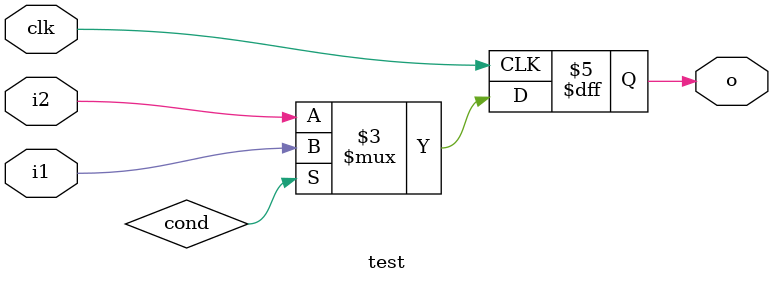
<source format=v>
module test(clk, i1, i2, o);
   // @annot{taint_source(i1)}
   // @annot{taint_source(i2)}
   // @annot{taint_sink(o)}
   
   input wire clk, i1, i2;
   output reg o;
   reg cond;

   // @annot{qualifier(i1,[i2])}
   // @annot{qualifier(i2,[i1])}

   always @(posedge clk)
     if (cond)
       o <= i1;
     else
       o <= i2;

endmodule

</source>
